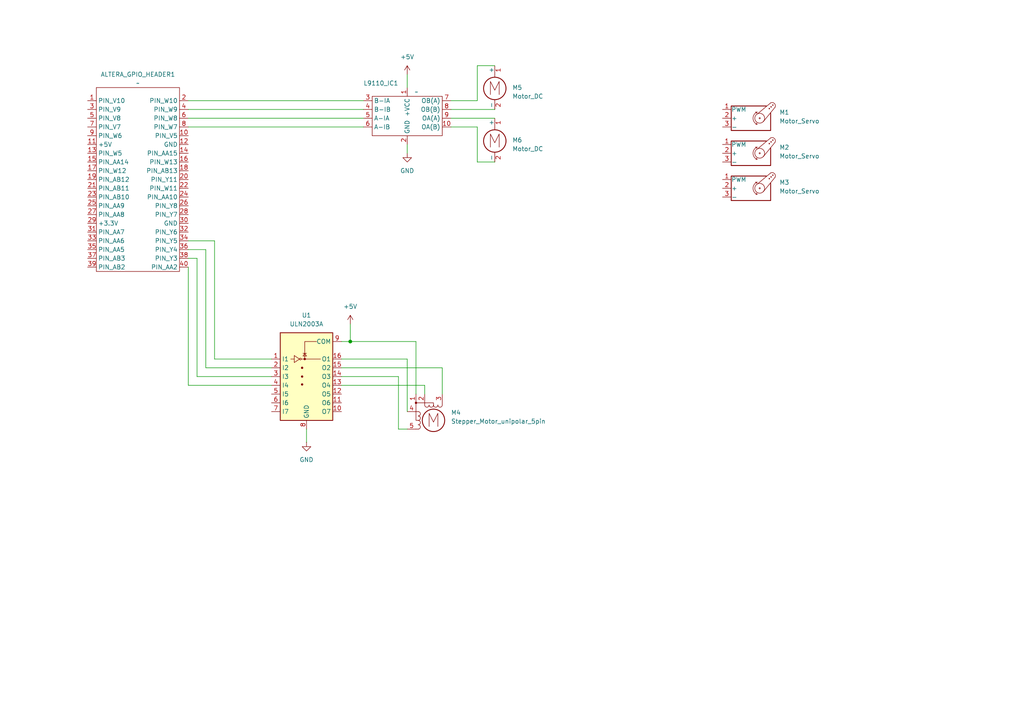
<source format=kicad_sch>
(kicad_sch
	(version 20250114)
	(generator "eeschema")
	(generator_version "9.0")
	(uuid "ab7108ca-7830-4361-8257-03efb04b622b")
	(paper "A4")
	(lib_symbols
		(symbol "Motor:Motor_DC"
			(pin_names
				(offset 0)
			)
			(exclude_from_sim no)
			(in_bom yes)
			(on_board yes)
			(property "Reference" "M"
				(at 2.54 2.54 0)
				(effects
					(font
						(size 1.27 1.27)
					)
					(justify left)
				)
			)
			(property "Value" "Motor_DC"
				(at 2.54 -5.08 0)
				(effects
					(font
						(size 1.27 1.27)
					)
					(justify left top)
				)
			)
			(property "Footprint" ""
				(at 0 -2.286 0)
				(effects
					(font
						(size 1.27 1.27)
					)
					(hide yes)
				)
			)
			(property "Datasheet" "~"
				(at 0 -2.286 0)
				(effects
					(font
						(size 1.27 1.27)
					)
					(hide yes)
				)
			)
			(property "Description" "DC Motor"
				(at 0 0 0)
				(effects
					(font
						(size 1.27 1.27)
					)
					(hide yes)
				)
			)
			(property "ki_keywords" "DC Motor"
				(at 0 0 0)
				(effects
					(font
						(size 1.27 1.27)
					)
					(hide yes)
				)
			)
			(property "ki_fp_filters" "PinHeader*P2.54mm* TerminalBlock*"
				(at 0 0 0)
				(effects
					(font
						(size 1.27 1.27)
					)
					(hide yes)
				)
			)
			(symbol "Motor_DC_0_0"
				(polyline
					(pts
						(xy -1.27 -3.302) (xy -1.27 0.508) (xy 0 -2.032) (xy 1.27 0.508) (xy 1.27 -3.302)
					)
					(stroke
						(width 0)
						(type default)
					)
					(fill
						(type none)
					)
				)
			)
			(symbol "Motor_DC_0_1"
				(polyline
					(pts
						(xy 0 2.032) (xy 0 2.54)
					)
					(stroke
						(width 0)
						(type default)
					)
					(fill
						(type none)
					)
				)
				(polyline
					(pts
						(xy 0 1.7272) (xy 0 2.0828)
					)
					(stroke
						(width 0)
						(type default)
					)
					(fill
						(type none)
					)
				)
				(circle
					(center 0 -1.524)
					(radius 3.2512)
					(stroke
						(width 0.254)
						(type default)
					)
					(fill
						(type none)
					)
				)
				(polyline
					(pts
						(xy 0 -4.7752) (xy 0 -5.1816)
					)
					(stroke
						(width 0)
						(type default)
					)
					(fill
						(type none)
					)
				)
				(polyline
					(pts
						(xy 0 -7.62) (xy 0 -7.112)
					)
					(stroke
						(width 0)
						(type default)
					)
					(fill
						(type none)
					)
				)
			)
			(symbol "Motor_DC_1_1"
				(pin passive line
					(at 0 5.08 270)
					(length 2.54)
					(name "+"
						(effects
							(font
								(size 1.27 1.27)
							)
						)
					)
					(number "1"
						(effects
							(font
								(size 1.27 1.27)
							)
						)
					)
				)
				(pin passive line
					(at 0 -7.62 90)
					(length 2.54)
					(name "-"
						(effects
							(font
								(size 1.27 1.27)
							)
						)
					)
					(number "2"
						(effects
							(font
								(size 1.27 1.27)
							)
						)
					)
				)
			)
			(embedded_fonts no)
		)
		(symbol "Motor:Motor_Servo"
			(pin_names
				(offset 0.0254)
			)
			(exclude_from_sim no)
			(in_bom yes)
			(on_board yes)
			(property "Reference" "M"
				(at -5.08 4.445 0)
				(effects
					(font
						(size 1.27 1.27)
					)
					(justify left)
				)
			)
			(property "Value" "Motor_Servo"
				(at -5.08 -4.064 0)
				(effects
					(font
						(size 1.27 1.27)
					)
					(justify left top)
				)
			)
			(property "Footprint" ""
				(at 0 -4.826 0)
				(effects
					(font
						(size 1.27 1.27)
					)
					(hide yes)
				)
			)
			(property "Datasheet" "http://forums.parallax.com/uploads/attachments/46831/74481.png"
				(at 0 -4.826 0)
				(effects
					(font
						(size 1.27 1.27)
					)
					(hide yes)
				)
			)
			(property "Description" "Servo Motor (Futaba, HiTec, JR connector)"
				(at 0 0 0)
				(effects
					(font
						(size 1.27 1.27)
					)
					(hide yes)
				)
			)
			(property "ki_keywords" "Servo Motor"
				(at 0 0 0)
				(effects
					(font
						(size 1.27 1.27)
					)
					(hide yes)
				)
			)
			(property "ki_fp_filters" "PinHeader*P2.54mm*"
				(at 0 0 0)
				(effects
					(font
						(size 1.27 1.27)
					)
					(hide yes)
				)
			)
			(symbol "Motor_Servo_0_1"
				(polyline
					(pts
						(xy 2.413 1.778) (xy 1.905 1.778)
					)
					(stroke
						(width 0)
						(type default)
					)
					(fill
						(type none)
					)
				)
				(polyline
					(pts
						(xy 2.413 1.778) (xy 2.286 1.397)
					)
					(stroke
						(width 0)
						(type default)
					)
					(fill
						(type none)
					)
				)
				(polyline
					(pts
						(xy 2.413 -1.778) (xy 2.032 -1.778)
					)
					(stroke
						(width 0)
						(type default)
					)
					(fill
						(type none)
					)
				)
				(polyline
					(pts
						(xy 2.413 -1.778) (xy 2.286 -1.397)
					)
					(stroke
						(width 0)
						(type default)
					)
					(fill
						(type none)
					)
				)
				(arc
					(start 2.413 -1.778)
					(mid 1.2406 0)
					(end 2.413 1.778)
					(stroke
						(width 0)
						(type default)
					)
					(fill
						(type none)
					)
				)
				(circle
					(center 3.175 0)
					(radius 0.1778)
					(stroke
						(width 0)
						(type default)
					)
					(fill
						(type none)
					)
				)
				(circle
					(center 3.175 0)
					(radius 1.4224)
					(stroke
						(width 0)
						(type default)
					)
					(fill
						(type none)
					)
				)
				(polyline
					(pts
						(xy 5.08 3.556) (xy -5.08 3.556) (xy -5.08 -3.556) (xy 6.35 -3.556) (xy 6.35 1.524)
					)
					(stroke
						(width 0.254)
						(type default)
					)
					(fill
						(type none)
					)
				)
				(circle
					(center 5.969 2.794)
					(radius 0.127)
					(stroke
						(width 0)
						(type default)
					)
					(fill
						(type none)
					)
				)
				(polyline
					(pts
						(xy 6.35 4.445) (xy 2.54 1.27)
					)
					(stroke
						(width 0)
						(type default)
					)
					(fill
						(type none)
					)
				)
				(circle
					(center 6.477 3.302)
					(radius 0.127)
					(stroke
						(width 0)
						(type default)
					)
					(fill
						(type none)
					)
				)
				(arc
					(start 6.35 4.445)
					(mid 7.4487 4.2737)
					(end 7.62 3.175)
					(stroke
						(width 0)
						(type default)
					)
					(fill
						(type none)
					)
				)
				(circle
					(center 6.985 3.81)
					(radius 0.127)
					(stroke
						(width 0)
						(type default)
					)
					(fill
						(type none)
					)
				)
				(polyline
					(pts
						(xy 7.62 3.175) (xy 4.191 -1.016)
					)
					(stroke
						(width 0)
						(type default)
					)
					(fill
						(type none)
					)
				)
			)
			(symbol "Motor_Servo_1_1"
				(pin passive line
					(at -7.62 2.54 0)
					(length 2.54)
					(name "PWM"
						(effects
							(font
								(size 1.27 1.27)
							)
						)
					)
					(number "1"
						(effects
							(font
								(size 1.27 1.27)
							)
						)
					)
				)
				(pin passive line
					(at -7.62 0 0)
					(length 2.54)
					(name "+"
						(effects
							(font
								(size 1.27 1.27)
							)
						)
					)
					(number "2"
						(effects
							(font
								(size 1.27 1.27)
							)
						)
					)
				)
				(pin passive line
					(at -7.62 -2.54 0)
					(length 2.54)
					(name "-"
						(effects
							(font
								(size 1.27 1.27)
							)
						)
					)
					(number "3"
						(effects
							(font
								(size 1.27 1.27)
							)
						)
					)
				)
			)
			(embedded_fonts no)
		)
		(symbol "Motor:Stepper_Motor_unipolar_5pin"
			(pin_names
				(offset 0)
				(hide yes)
			)
			(exclude_from_sim no)
			(in_bom yes)
			(on_board yes)
			(property "Reference" "M"
				(at 3.81 2.54 0)
				(effects
					(font
						(size 1.27 1.27)
					)
					(justify left)
				)
			)
			(property "Value" "Stepper_Motor_unipolar_5pin"
				(at 3.81 1.27 0)
				(effects
					(font
						(size 1.27 1.27)
					)
					(justify left top)
				)
			)
			(property "Footprint" ""
				(at 0.254 -0.254 0)
				(effects
					(font
						(size 1.27 1.27)
					)
					(hide yes)
				)
			)
			(property "Datasheet" "http://www.infineon.com/dgdl/Application-Note-TLE8110EE_driving_UniPolarStepperMotor_V1.1.pdf?fileId=db3a30431be39b97011be5d0aa0a00b0"
				(at 0.254 -0.254 0)
				(effects
					(font
						(size 1.27 1.27)
					)
					(hide yes)
				)
			)
			(property "Description" "5-wire unipolar stepper motor"
				(at 0 0 0)
				(effects
					(font
						(size 1.27 1.27)
					)
					(hide yes)
				)
			)
			(property "ki_keywords" "unipolar stepper motor"
				(at 0 0 0)
				(effects
					(font
						(size 1.27 1.27)
					)
					(hide yes)
				)
			)
			(property "ki_fp_filters" "PinHeader*P2.54mm* TerminalBlock*"
				(at 0 0 0)
				(effects
					(font
						(size 1.27 1.27)
					)
					(hide yes)
				)
			)
			(symbol "Stepper_Motor_unipolar_5pin_0_0"
				(polyline
					(pts
						(xy -1.27 -1.778) (xy -1.27 2.032) (xy 0 -0.508) (xy 1.27 2.032) (xy 1.27 -1.778)
					)
					(stroke
						(width 0)
						(type default)
					)
					(fill
						(type none)
					)
				)
			)
			(symbol "Stepper_Motor_unipolar_5pin_0_1"
				(circle
					(center -5.08 5.08)
					(radius 0.0001)
					(stroke
						(width 0)
						(type default)
					)
					(fill
						(type outline)
					)
				)
				(circle
					(center -5.08 5.08)
					(radius 0.254)
					(stroke
						(width 0)
						(type default)
					)
					(fill
						(type outline)
					)
				)
				(polyline
					(pts
						(xy -5.08 5.08) (xy -5.08 0) (xy -4.445 0)
					)
					(stroke
						(width 0)
						(type default)
					)
					(fill
						(type none)
					)
				)
				(polyline
					(pts
						(xy -5.08 2.54) (xy -4.445 2.54)
					)
					(stroke
						(width 0)
						(type default)
					)
					(fill
						(type none)
					)
				)
				(polyline
					(pts
						(xy -5.08 -2.54) (xy -4.445 -2.54)
					)
					(stroke
						(width 0)
						(type default)
					)
					(fill
						(type none)
					)
				)
				(arc
					(start -4.445 2.54)
					(mid -3.8127 1.905)
					(end -4.445 1.27)
					(stroke
						(width 0)
						(type default)
					)
					(fill
						(type none)
					)
				)
				(arc
					(start -4.445 1.27)
					(mid -3.8127 0.635)
					(end -4.445 0)
					(stroke
						(width 0)
						(type default)
					)
					(fill
						(type none)
					)
				)
				(arc
					(start -4.445 0)
					(mid -3.8127 -0.635)
					(end -4.445 -1.27)
					(stroke
						(width 0)
						(type default)
					)
					(fill
						(type none)
					)
				)
				(arc
					(start -4.445 -1.27)
					(mid -3.8127 -1.905)
					(end -4.445 -2.54)
					(stroke
						(width 0)
						(type default)
					)
					(fill
						(type none)
					)
				)
				(polyline
					(pts
						(xy -2.54 4.445) (xy -2.54 5.08)
					)
					(stroke
						(width 0)
						(type default)
					)
					(fill
						(type none)
					)
				)
				(arc
					(start -1.27 4.445)
					(mid -1.905 3.8127)
					(end -2.54 4.445)
					(stroke
						(width 0)
						(type default)
					)
					(fill
						(type none)
					)
				)
				(arc
					(start 0 4.445)
					(mid -0.635 3.8127)
					(end -1.27 4.445)
					(stroke
						(width 0)
						(type default)
					)
					(fill
						(type none)
					)
				)
				(polyline
					(pts
						(xy 0 4.445) (xy 0 5.08) (xy -5.08 5.08)
					)
					(stroke
						(width 0)
						(type default)
					)
					(fill
						(type none)
					)
				)
				(circle
					(center 0 0)
					(radius 3.2512)
					(stroke
						(width 0.254)
						(type default)
					)
					(fill
						(type none)
					)
				)
				(arc
					(start 1.27 4.445)
					(mid 0.635 3.8127)
					(end 0 4.445)
					(stroke
						(width 0)
						(type default)
					)
					(fill
						(type none)
					)
				)
				(arc
					(start 2.54 4.445)
					(mid 1.905 3.8127)
					(end 1.27 4.445)
					(stroke
						(width 0)
						(type default)
					)
					(fill
						(type none)
					)
				)
				(polyline
					(pts
						(xy 2.54 4.445) (xy 2.54 5.08)
					)
					(stroke
						(width 0)
						(type default)
					)
					(fill
						(type none)
					)
				)
			)
			(symbol "Stepper_Motor_unipolar_5pin_1_1"
				(pin passive line
					(at -7.62 2.54 0)
					(length 2.54)
					(name "~"
						(effects
							(font
								(size 1.27 1.27)
							)
						)
					)
					(number "4"
						(effects
							(font
								(size 1.27 1.27)
							)
						)
					)
				)
				(pin passive line
					(at -7.62 -2.54 0)
					(length 2.54)
					(name "~"
						(effects
							(font
								(size 1.27 1.27)
							)
						)
					)
					(number "5"
						(effects
							(font
								(size 1.27 1.27)
							)
						)
					)
				)
				(pin passive line
					(at -5.08 7.62 270)
					(length 2.54)
					(name "~"
						(effects
							(font
								(size 1.27 1.27)
							)
						)
					)
					(number "1"
						(effects
							(font
								(size 1.27 1.27)
							)
						)
					)
				)
				(pin passive line
					(at -2.54 7.62 270)
					(length 2.54)
					(name "~"
						(effects
							(font
								(size 1.27 1.27)
							)
						)
					)
					(number "2"
						(effects
							(font
								(size 1.27 1.27)
							)
						)
					)
				)
				(pin passive line
					(at 2.54 7.62 270)
					(length 2.54)
					(name "-"
						(effects
							(font
								(size 1.27 1.27)
							)
						)
					)
					(number "3"
						(effects
							(font
								(size 1.27 1.27)
							)
						)
					)
				)
			)
			(embedded_fonts no)
		)
		(symbol "Transistor_Array:ULN2003A"
			(exclude_from_sim no)
			(in_bom yes)
			(on_board yes)
			(property "Reference" "U"
				(at 0 15.875 0)
				(effects
					(font
						(size 1.27 1.27)
					)
				)
			)
			(property "Value" "ULN2003A"
				(at 0 13.97 0)
				(effects
					(font
						(size 1.27 1.27)
					)
				)
			)
			(property "Footprint" ""
				(at 1.27 -13.97 0)
				(effects
					(font
						(size 1.27 1.27)
					)
					(justify left)
					(hide yes)
				)
			)
			(property "Datasheet" "http://www.ti.com/lit/ds/symlink/uln2003a.pdf"
				(at 2.54 -5.08 0)
				(effects
					(font
						(size 1.27 1.27)
					)
					(hide yes)
				)
			)
			(property "Description" "High Voltage, High Current Darlington Transistor Arrays, SOIC16/SOIC16W/DIP16/TSSOP16"
				(at 0 0 0)
				(effects
					(font
						(size 1.27 1.27)
					)
					(hide yes)
				)
			)
			(property "ki_keywords" "darlington transistor array"
				(at 0 0 0)
				(effects
					(font
						(size 1.27 1.27)
					)
					(hide yes)
				)
			)
			(property "ki_fp_filters" "DIP*W7.62mm* SOIC*3.9x9.9mm*P1.27mm* SSOP*4.4x5.2mm*P0.65mm* TSSOP*4.4x5mm*P0.65mm* SOIC*W*5.3x10.2mm*P1.27mm*"
				(at 0 0 0)
				(effects
					(font
						(size 1.27 1.27)
					)
					(hide yes)
				)
			)
			(symbol "ULN2003A_0_1"
				(rectangle
					(start -7.62 -12.7)
					(end 7.62 12.7)
					(stroke
						(width 0.254)
						(type default)
					)
					(fill
						(type background)
					)
				)
				(polyline
					(pts
						(xy -4.572 5.08) (xy -3.556 5.08)
					)
					(stroke
						(width 0)
						(type default)
					)
					(fill
						(type none)
					)
				)
				(polyline
					(pts
						(xy -3.556 6.096) (xy -3.556 4.064) (xy -2.032 5.08) (xy -3.556 6.096)
					)
					(stroke
						(width 0)
						(type default)
					)
					(fill
						(type none)
					)
				)
				(circle
					(center -1.778 5.08)
					(radius 0.254)
					(stroke
						(width 0)
						(type default)
					)
					(fill
						(type none)
					)
				)
				(polyline
					(pts
						(xy -1.524 5.08) (xy 4.064 5.08)
					)
					(stroke
						(width 0)
						(type default)
					)
					(fill
						(type none)
					)
				)
				(circle
					(center -1.27 2.54)
					(radius 0.254)
					(stroke
						(width 0)
						(type default)
					)
					(fill
						(type outline)
					)
				)
				(circle
					(center -1.27 0)
					(radius 0.254)
					(stroke
						(width 0)
						(type default)
					)
					(fill
						(type outline)
					)
				)
				(circle
					(center -1.27 -2.286)
					(radius 0.254)
					(stroke
						(width 0)
						(type default)
					)
					(fill
						(type outline)
					)
				)
				(circle
					(center -0.508 5.08)
					(radius 0.254)
					(stroke
						(width 0)
						(type default)
					)
					(fill
						(type outline)
					)
				)
				(polyline
					(pts
						(xy -0.508 5.08) (xy -0.508 10.16) (xy 2.921 10.16)
					)
					(stroke
						(width 0)
						(type default)
					)
					(fill
						(type none)
					)
				)
				(polyline
					(pts
						(xy 0 6.731) (xy -1.016 6.731)
					)
					(stroke
						(width 0)
						(type default)
					)
					(fill
						(type none)
					)
				)
				(polyline
					(pts
						(xy 0 5.969) (xy -1.016 5.969) (xy -0.508 6.731) (xy 0 5.969)
					)
					(stroke
						(width 0)
						(type default)
					)
					(fill
						(type none)
					)
				)
			)
			(symbol "ULN2003A_1_1"
				(pin input line
					(at -10.16 5.08 0)
					(length 2.54)
					(name "I1"
						(effects
							(font
								(size 1.27 1.27)
							)
						)
					)
					(number "1"
						(effects
							(font
								(size 1.27 1.27)
							)
						)
					)
				)
				(pin input line
					(at -10.16 2.54 0)
					(length 2.54)
					(name "I2"
						(effects
							(font
								(size 1.27 1.27)
							)
						)
					)
					(number "2"
						(effects
							(font
								(size 1.27 1.27)
							)
						)
					)
				)
				(pin input line
					(at -10.16 0 0)
					(length 2.54)
					(name "I3"
						(effects
							(font
								(size 1.27 1.27)
							)
						)
					)
					(number "3"
						(effects
							(font
								(size 1.27 1.27)
							)
						)
					)
				)
				(pin input line
					(at -10.16 -2.54 0)
					(length 2.54)
					(name "I4"
						(effects
							(font
								(size 1.27 1.27)
							)
						)
					)
					(number "4"
						(effects
							(font
								(size 1.27 1.27)
							)
						)
					)
				)
				(pin input line
					(at -10.16 -5.08 0)
					(length 2.54)
					(name "I5"
						(effects
							(font
								(size 1.27 1.27)
							)
						)
					)
					(number "5"
						(effects
							(font
								(size 1.27 1.27)
							)
						)
					)
				)
				(pin input line
					(at -10.16 -7.62 0)
					(length 2.54)
					(name "I6"
						(effects
							(font
								(size 1.27 1.27)
							)
						)
					)
					(number "6"
						(effects
							(font
								(size 1.27 1.27)
							)
						)
					)
				)
				(pin input line
					(at -10.16 -10.16 0)
					(length 2.54)
					(name "I7"
						(effects
							(font
								(size 1.27 1.27)
							)
						)
					)
					(number "7"
						(effects
							(font
								(size 1.27 1.27)
							)
						)
					)
				)
				(pin power_in line
					(at 0 -15.24 90)
					(length 2.54)
					(name "GND"
						(effects
							(font
								(size 1.27 1.27)
							)
						)
					)
					(number "8"
						(effects
							(font
								(size 1.27 1.27)
							)
						)
					)
				)
				(pin passive line
					(at 10.16 10.16 180)
					(length 2.54)
					(name "COM"
						(effects
							(font
								(size 1.27 1.27)
							)
						)
					)
					(number "9"
						(effects
							(font
								(size 1.27 1.27)
							)
						)
					)
				)
				(pin open_collector line
					(at 10.16 5.08 180)
					(length 2.54)
					(name "O1"
						(effects
							(font
								(size 1.27 1.27)
							)
						)
					)
					(number "16"
						(effects
							(font
								(size 1.27 1.27)
							)
						)
					)
				)
				(pin open_collector line
					(at 10.16 2.54 180)
					(length 2.54)
					(name "O2"
						(effects
							(font
								(size 1.27 1.27)
							)
						)
					)
					(number "15"
						(effects
							(font
								(size 1.27 1.27)
							)
						)
					)
				)
				(pin open_collector line
					(at 10.16 0 180)
					(length 2.54)
					(name "O3"
						(effects
							(font
								(size 1.27 1.27)
							)
						)
					)
					(number "14"
						(effects
							(font
								(size 1.27 1.27)
							)
						)
					)
				)
				(pin open_collector line
					(at 10.16 -2.54 180)
					(length 2.54)
					(name "O4"
						(effects
							(font
								(size 1.27 1.27)
							)
						)
					)
					(number "13"
						(effects
							(font
								(size 1.27 1.27)
							)
						)
					)
				)
				(pin open_collector line
					(at 10.16 -5.08 180)
					(length 2.54)
					(name "O5"
						(effects
							(font
								(size 1.27 1.27)
							)
						)
					)
					(number "12"
						(effects
							(font
								(size 1.27 1.27)
							)
						)
					)
				)
				(pin open_collector line
					(at 10.16 -7.62 180)
					(length 2.54)
					(name "O6"
						(effects
							(font
								(size 1.27 1.27)
							)
						)
					)
					(number "11"
						(effects
							(font
								(size 1.27 1.27)
							)
						)
					)
				)
				(pin open_collector line
					(at 10.16 -10.16 180)
					(length 2.54)
					(name "O7"
						(effects
							(font
								(size 1.27 1.27)
							)
						)
					)
					(number "10"
						(effects
							(font
								(size 1.27 1.27)
							)
						)
					)
				)
			)
			(embedded_fonts no)
		)
		(symbol "cust_symbol_lib:Altera_DE10_GPIO_Header"
			(exclude_from_sim no)
			(in_bom no)
			(on_board no)
			(property "Reference" "ALTERA_GPIO_HEADER"
				(at -0.762 19.304 0)
				(effects
					(font
						(size 1.27 1.27)
					)
				)
			)
			(property "Value" ""
				(at 0 0 0)
				(effects
					(font
						(size 1.27 1.27)
					)
				)
			)
			(property "Footprint" ""
				(at 0 0 0)
				(effects
					(font
						(size 1.27 1.27)
					)
					(hide yes)
				)
			)
			(property "Datasheet" ""
				(at 0 0 0)
				(effects
					(font
						(size 1.27 1.27)
					)
					(hide yes)
				)
			)
			(property "Description" ""
				(at 0 0 0)
				(effects
					(font
						(size 1.27 1.27)
					)
					(hide yes)
				)
			)
			(symbol "Altera_DE10_GPIO_Header_0_1"
				(rectangle
					(start -11.43 15.24)
					(end 12.7 -38.1)
					(stroke
						(width 0)
						(type default)
					)
					(fill
						(type none)
					)
				)
			)
			(symbol "Altera_DE10_GPIO_Header_1_1"
				(pin bidirectional line
					(at -13.97 11.43 0)
					(length 2.54)
					(name "PIN_V10"
						(effects
							(font
								(size 1.27 1.27)
							)
						)
					)
					(number "1"
						(effects
							(font
								(size 1.27 1.27)
							)
						)
					)
				)
				(pin bidirectional line
					(at -13.97 8.89 0)
					(length 2.54)
					(name "PIN_V9"
						(effects
							(font
								(size 1.27 1.27)
							)
						)
					)
					(number "3"
						(effects
							(font
								(size 1.27 1.27)
							)
						)
					)
				)
				(pin bidirectional line
					(at -13.97 6.35 0)
					(length 2.54)
					(name "PIN_V8"
						(effects
							(font
								(size 1.27 1.27)
							)
						)
					)
					(number "5"
						(effects
							(font
								(size 1.27 1.27)
							)
						)
					)
				)
				(pin bidirectional line
					(at -13.97 3.81 0)
					(length 2.54)
					(name "PIN_V7"
						(effects
							(font
								(size 1.27 1.27)
							)
						)
					)
					(number "7"
						(effects
							(font
								(size 1.27 1.27)
							)
						)
					)
				)
				(pin bidirectional line
					(at -13.97 1.27 0)
					(length 2.54)
					(name "PIN_W6"
						(effects
							(font
								(size 1.27 1.27)
							)
						)
					)
					(number "9"
						(effects
							(font
								(size 1.27 1.27)
							)
						)
					)
				)
				(pin power_in line
					(at -13.97 -1.27 0)
					(length 2.54)
					(name "+5V"
						(effects
							(font
								(size 1.27 1.27)
							)
						)
					)
					(number "11"
						(effects
							(font
								(size 1.27 1.27)
							)
						)
					)
				)
				(pin bidirectional line
					(at -13.97 -3.81 0)
					(length 2.54)
					(name "PIN_W5"
						(effects
							(font
								(size 1.27 1.27)
							)
						)
					)
					(number "13"
						(effects
							(font
								(size 1.27 1.27)
							)
						)
					)
				)
				(pin bidirectional line
					(at -13.97 -6.35 0)
					(length 2.54)
					(name "PIN_AA14"
						(effects
							(font
								(size 1.27 1.27)
							)
						)
					)
					(number "15"
						(effects
							(font
								(size 1.27 1.27)
							)
						)
					)
				)
				(pin bidirectional line
					(at -13.97 -8.89 0)
					(length 2.54)
					(name "PIN_W12"
						(effects
							(font
								(size 1.27 1.27)
							)
						)
					)
					(number "17"
						(effects
							(font
								(size 1.27 1.27)
							)
						)
					)
				)
				(pin bidirectional line
					(at -13.97 -11.43 0)
					(length 2.54)
					(name "PIN_AB12"
						(effects
							(font
								(size 1.27 1.27)
							)
						)
					)
					(number "19"
						(effects
							(font
								(size 1.27 1.27)
							)
						)
					)
				)
				(pin bidirectional line
					(at -13.97 -13.97 0)
					(length 2.54)
					(name "PIN_AB11"
						(effects
							(font
								(size 1.27 1.27)
							)
						)
					)
					(number "21"
						(effects
							(font
								(size 1.27 1.27)
							)
						)
					)
				)
				(pin bidirectional line
					(at -13.97 -16.51 0)
					(length 2.54)
					(name "PIN_AB10"
						(effects
							(font
								(size 1.27 1.27)
							)
						)
					)
					(number "23"
						(effects
							(font
								(size 1.27 1.27)
							)
						)
					)
				)
				(pin bidirectional line
					(at -13.97 -19.05 0)
					(length 2.54)
					(name "PIN_AA9"
						(effects
							(font
								(size 1.27 1.27)
							)
						)
					)
					(number "25"
						(effects
							(font
								(size 1.27 1.27)
							)
						)
					)
				)
				(pin bidirectional line
					(at -13.97 -21.59 0)
					(length 2.54)
					(name "PIN_AA8"
						(effects
							(font
								(size 1.27 1.27)
							)
						)
					)
					(number "27"
						(effects
							(font
								(size 1.27 1.27)
							)
						)
					)
				)
				(pin power_in line
					(at -13.97 -24.13 0)
					(length 2.54)
					(name "+3.3V"
						(effects
							(font
								(size 1.27 1.27)
							)
						)
					)
					(number "29"
						(effects
							(font
								(size 1.27 1.27)
							)
						)
					)
				)
				(pin bidirectional line
					(at -13.97 -26.67 0)
					(length 2.54)
					(name "PIN_AA7"
						(effects
							(font
								(size 1.27 1.27)
							)
						)
					)
					(number "31"
						(effects
							(font
								(size 1.27 1.27)
							)
						)
					)
				)
				(pin bidirectional line
					(at -13.97 -29.21 0)
					(length 2.54)
					(name "PIN_AA6"
						(effects
							(font
								(size 1.27 1.27)
							)
						)
					)
					(number "33"
						(effects
							(font
								(size 1.27 1.27)
							)
						)
					)
				)
				(pin bidirectional line
					(at -13.97 -31.75 0)
					(length 2.54)
					(name "PIN_AA5"
						(effects
							(font
								(size 1.27 1.27)
							)
						)
					)
					(number "35"
						(effects
							(font
								(size 1.27 1.27)
							)
						)
					)
				)
				(pin bidirectional line
					(at -13.97 -34.29 0)
					(length 2.54)
					(name "PIN_AB3"
						(effects
							(font
								(size 1.27 1.27)
							)
						)
					)
					(number "37"
						(effects
							(font
								(size 1.27 1.27)
							)
						)
					)
				)
				(pin bidirectional line
					(at -13.97 -36.83 0)
					(length 2.54)
					(name "PIN_AB2"
						(effects
							(font
								(size 1.27 1.27)
							)
						)
					)
					(number "39"
						(effects
							(font
								(size 1.27 1.27)
							)
						)
					)
				)
				(pin bidirectional line
					(at 15.24 11.43 180)
					(length 2.54)
					(name "PIN_W10"
						(effects
							(font
								(size 1.27 1.27)
							)
						)
					)
					(number "2"
						(effects
							(font
								(size 1.27 1.27)
							)
						)
					)
				)
				(pin bidirectional line
					(at 15.24 8.89 180)
					(length 2.54)
					(name "PIN_W9"
						(effects
							(font
								(size 1.27 1.27)
							)
						)
					)
					(number "4"
						(effects
							(font
								(size 1.27 1.27)
							)
						)
					)
				)
				(pin bidirectional line
					(at 15.24 6.35 180)
					(length 2.54)
					(name "PIN_W8"
						(effects
							(font
								(size 1.27 1.27)
							)
						)
					)
					(number "6"
						(effects
							(font
								(size 1.27 1.27)
							)
						)
					)
				)
				(pin bidirectional line
					(at 15.24 3.81 180)
					(length 2.54)
					(name "PIN_W7"
						(effects
							(font
								(size 1.27 1.27)
							)
						)
					)
					(number "8"
						(effects
							(font
								(size 1.27 1.27)
							)
						)
					)
				)
				(pin bidirectional line
					(at 15.24 1.27 180)
					(length 2.54)
					(name "PIN_V5"
						(effects
							(font
								(size 1.27 1.27)
							)
						)
					)
					(number "10"
						(effects
							(font
								(size 1.27 1.27)
							)
						)
					)
				)
				(pin power_in line
					(at 15.24 -1.27 180)
					(length 2.54)
					(name "GND"
						(effects
							(font
								(size 1.27 1.27)
							)
						)
					)
					(number "12"
						(effects
							(font
								(size 1.27 1.27)
							)
						)
					)
				)
				(pin bidirectional line
					(at 15.24 -3.81 180)
					(length 2.54)
					(name "PIN_AA15"
						(effects
							(font
								(size 1.27 1.27)
							)
						)
					)
					(number "14"
						(effects
							(font
								(size 1.27 1.27)
							)
						)
					)
				)
				(pin bidirectional line
					(at 15.24 -6.35 180)
					(length 2.54)
					(name "PIN_W13"
						(effects
							(font
								(size 1.27 1.27)
							)
						)
					)
					(number "16"
						(effects
							(font
								(size 1.27 1.27)
							)
						)
					)
				)
				(pin bidirectional line
					(at 15.24 -8.89 180)
					(length 2.54)
					(name "PIN_AB13"
						(effects
							(font
								(size 1.27 1.27)
							)
						)
					)
					(number "18"
						(effects
							(font
								(size 1.27 1.27)
							)
						)
					)
				)
				(pin bidirectional line
					(at 15.24 -11.43 180)
					(length 2.54)
					(name "PIN_Y11"
						(effects
							(font
								(size 1.27 1.27)
							)
						)
					)
					(number "20"
						(effects
							(font
								(size 1.27 1.27)
							)
						)
					)
				)
				(pin bidirectional line
					(at 15.24 -13.97 180)
					(length 2.54)
					(name "PIN_W11"
						(effects
							(font
								(size 1.27 1.27)
							)
						)
					)
					(number "22"
						(effects
							(font
								(size 1.27 1.27)
							)
						)
					)
				)
				(pin bidirectional line
					(at 15.24 -16.51 180)
					(length 2.54)
					(name "PIN_AA10"
						(effects
							(font
								(size 1.27 1.27)
							)
						)
					)
					(number "24"
						(effects
							(font
								(size 1.27 1.27)
							)
						)
					)
				)
				(pin bidirectional line
					(at 15.24 -19.05 180)
					(length 2.54)
					(name "PIN_Y8"
						(effects
							(font
								(size 1.27 1.27)
							)
						)
					)
					(number "26"
						(effects
							(font
								(size 1.27 1.27)
							)
						)
					)
				)
				(pin bidirectional line
					(at 15.24 -21.59 180)
					(length 2.54)
					(name "PIN_Y7"
						(effects
							(font
								(size 1.27 1.27)
							)
						)
					)
					(number "28"
						(effects
							(font
								(size 1.27 1.27)
							)
						)
					)
				)
				(pin power_in line
					(at 15.24 -24.13 180)
					(length 2.54)
					(name "GND"
						(effects
							(font
								(size 1.27 1.27)
							)
						)
					)
					(number "30"
						(effects
							(font
								(size 1.27 1.27)
							)
						)
					)
				)
				(pin bidirectional line
					(at 15.24 -26.67 180)
					(length 2.54)
					(name "PIN_Y6"
						(effects
							(font
								(size 1.27 1.27)
							)
						)
					)
					(number "32"
						(effects
							(font
								(size 1.27 1.27)
							)
						)
					)
				)
				(pin bidirectional line
					(at 15.24 -29.21 180)
					(length 2.54)
					(name "PIN_Y5"
						(effects
							(font
								(size 1.27 1.27)
							)
						)
					)
					(number "34"
						(effects
							(font
								(size 1.27 1.27)
							)
						)
					)
				)
				(pin bidirectional line
					(at 15.24 -31.75 180)
					(length 2.54)
					(name "PIN_Y4"
						(effects
							(font
								(size 1.27 1.27)
							)
						)
					)
					(number "36"
						(effects
							(font
								(size 1.27 1.27)
							)
						)
					)
				)
				(pin bidirectional line
					(at 15.24 -34.29 180)
					(length 2.54)
					(name "PIN_Y3"
						(effects
							(font
								(size 1.27 1.27)
							)
						)
					)
					(number "38"
						(effects
							(font
								(size 1.27 1.27)
							)
						)
					)
				)
				(pin bidirectional line
					(at 15.24 -36.83 180)
					(length 2.54)
					(name "PIN_AA2"
						(effects
							(font
								(size 1.27 1.27)
							)
						)
					)
					(number "40"
						(effects
							(font
								(size 1.27 1.27)
							)
						)
					)
				)
			)
			(embedded_fonts no)
		)
		(symbol "cust_symbol_lib:L9110"
			(exclude_from_sim no)
			(in_bom no)
			(on_board no)
			(property "Reference" "L9110_IC"
				(at -6.858 3.048 0)
				(effects
					(font
						(size 1.27 1.27)
					)
				)
			)
			(property "Value" ""
				(at 0 0 0)
				(effects
					(font
						(size 1.27 1.27)
					)
				)
			)
			(property "Footprint" ""
				(at 0 0 0)
				(effects
					(font
						(size 1.27 1.27)
					)
					(hide yes)
				)
			)
			(property "Datasheet" ""
				(at 0 0 0)
				(effects
					(font
						(size 1.27 1.27)
					)
					(hide yes)
				)
			)
			(property "Description" ""
				(at 0 0 0)
				(effects
					(font
						(size 1.27 1.27)
					)
					(hide yes)
				)
			)
			(symbol "L9110_0_1"
				(rectangle
					(start -10.16 -1.27)
					(end 10.16 -12.7)
					(stroke
						(width 0)
						(type default)
					)
					(fill
						(type none)
					)
				)
			)
			(symbol "L9110_1_1"
				(pin input line
					(at -12.7 -2.54 0)
					(length 2.54)
					(name "B-IA"
						(effects
							(font
								(size 1.27 1.27)
							)
						)
					)
					(number "3"
						(effects
							(font
								(size 1.27 1.27)
							)
						)
					)
				)
				(pin input line
					(at -12.7 -5.08 0)
					(length 2.54)
					(name "B-IB"
						(effects
							(font
								(size 1.27 1.27)
							)
						)
					)
					(number "4"
						(effects
							(font
								(size 1.27 1.27)
							)
						)
					)
				)
				(pin input line
					(at -12.7 -7.62 0)
					(length 2.54)
					(name "A-IA"
						(effects
							(font
								(size 1.27 1.27)
							)
						)
					)
					(number "5"
						(effects
							(font
								(size 1.27 1.27)
							)
						)
					)
				)
				(pin input line
					(at -12.7 -10.16 0)
					(length 2.54)
					(name "A-IB"
						(effects
							(font
								(size 1.27 1.27)
							)
						)
					)
					(number "6"
						(effects
							(font
								(size 1.27 1.27)
							)
						)
					)
				)
				(pin power_in line
					(at 0 1.27 270)
					(length 2.54)
					(name "+VCC"
						(effects
							(font
								(size 1.27 1.27)
							)
						)
					)
					(number "1"
						(effects
							(font
								(size 1.27 1.27)
							)
						)
					)
				)
				(pin power_in line
					(at 0 -15.24 90)
					(length 2.54)
					(name "GND"
						(effects
							(font
								(size 1.27 1.27)
							)
						)
					)
					(number "2"
						(effects
							(font
								(size 1.27 1.27)
							)
						)
					)
				)
				(pin output line
					(at 12.7 -2.54 180)
					(length 2.54)
					(name "OB(A)"
						(effects
							(font
								(size 1.27 1.27)
							)
						)
					)
					(number "7"
						(effects
							(font
								(size 1.27 1.27)
							)
						)
					)
				)
				(pin output line
					(at 12.7 -5.08 180)
					(length 2.54)
					(name "OB(B)"
						(effects
							(font
								(size 1.27 1.27)
							)
						)
					)
					(number "8"
						(effects
							(font
								(size 1.27 1.27)
							)
						)
					)
				)
				(pin output line
					(at 12.7 -7.62 180)
					(length 2.54)
					(name "OA(A)"
						(effects
							(font
								(size 1.27 1.27)
							)
						)
					)
					(number "9"
						(effects
							(font
								(size 1.27 1.27)
							)
						)
					)
				)
				(pin output line
					(at 12.7 -10.16 180)
					(length 2.54)
					(name "OA(B)"
						(effects
							(font
								(size 1.27 1.27)
							)
						)
					)
					(number "10"
						(effects
							(font
								(size 1.27 1.27)
							)
						)
					)
				)
			)
			(embedded_fonts no)
		)
		(symbol "power:+5V"
			(power)
			(pin_numbers
				(hide yes)
			)
			(pin_names
				(offset 0)
				(hide yes)
			)
			(exclude_from_sim no)
			(in_bom yes)
			(on_board yes)
			(property "Reference" "#PWR"
				(at 0 -3.81 0)
				(effects
					(font
						(size 1.27 1.27)
					)
					(hide yes)
				)
			)
			(property "Value" "+5V"
				(at 0 3.556 0)
				(effects
					(font
						(size 1.27 1.27)
					)
				)
			)
			(property "Footprint" ""
				(at 0 0 0)
				(effects
					(font
						(size 1.27 1.27)
					)
					(hide yes)
				)
			)
			(property "Datasheet" ""
				(at 0 0 0)
				(effects
					(font
						(size 1.27 1.27)
					)
					(hide yes)
				)
			)
			(property "Description" "Power symbol creates a global label with name \"+5V\""
				(at 0 0 0)
				(effects
					(font
						(size 1.27 1.27)
					)
					(hide yes)
				)
			)
			(property "ki_keywords" "global power"
				(at 0 0 0)
				(effects
					(font
						(size 1.27 1.27)
					)
					(hide yes)
				)
			)
			(symbol "+5V_0_1"
				(polyline
					(pts
						(xy -0.762 1.27) (xy 0 2.54)
					)
					(stroke
						(width 0)
						(type default)
					)
					(fill
						(type none)
					)
				)
				(polyline
					(pts
						(xy 0 2.54) (xy 0.762 1.27)
					)
					(stroke
						(width 0)
						(type default)
					)
					(fill
						(type none)
					)
				)
				(polyline
					(pts
						(xy 0 0) (xy 0 2.54)
					)
					(stroke
						(width 0)
						(type default)
					)
					(fill
						(type none)
					)
				)
			)
			(symbol "+5V_1_1"
				(pin power_in line
					(at 0 0 90)
					(length 0)
					(name "~"
						(effects
							(font
								(size 1.27 1.27)
							)
						)
					)
					(number "1"
						(effects
							(font
								(size 1.27 1.27)
							)
						)
					)
				)
			)
			(embedded_fonts no)
		)
		(symbol "power:GND"
			(power)
			(pin_numbers
				(hide yes)
			)
			(pin_names
				(offset 0)
				(hide yes)
			)
			(exclude_from_sim no)
			(in_bom yes)
			(on_board yes)
			(property "Reference" "#PWR"
				(at 0 -6.35 0)
				(effects
					(font
						(size 1.27 1.27)
					)
					(hide yes)
				)
			)
			(property "Value" "GND"
				(at 0 -3.81 0)
				(effects
					(font
						(size 1.27 1.27)
					)
				)
			)
			(property "Footprint" ""
				(at 0 0 0)
				(effects
					(font
						(size 1.27 1.27)
					)
					(hide yes)
				)
			)
			(property "Datasheet" ""
				(at 0 0 0)
				(effects
					(font
						(size 1.27 1.27)
					)
					(hide yes)
				)
			)
			(property "Description" "Power symbol creates a global label with name \"GND\" , ground"
				(at 0 0 0)
				(effects
					(font
						(size 1.27 1.27)
					)
					(hide yes)
				)
			)
			(property "ki_keywords" "global power"
				(at 0 0 0)
				(effects
					(font
						(size 1.27 1.27)
					)
					(hide yes)
				)
			)
			(symbol "GND_0_1"
				(polyline
					(pts
						(xy 0 0) (xy 0 -1.27) (xy 1.27 -1.27) (xy 0 -2.54) (xy -1.27 -1.27) (xy 0 -1.27)
					)
					(stroke
						(width 0)
						(type default)
					)
					(fill
						(type none)
					)
				)
			)
			(symbol "GND_1_1"
				(pin power_in line
					(at 0 0 270)
					(length 0)
					(name "~"
						(effects
							(font
								(size 1.27 1.27)
							)
						)
					)
					(number "1"
						(effects
							(font
								(size 1.27 1.27)
							)
						)
					)
				)
			)
			(embedded_fonts no)
		)
	)
	(junction
		(at 101.6 99.06)
		(diameter 0)
		(color 0 0 0 0)
		(uuid "15ea1b48-5172-4bdd-aedf-2da39e5473b9")
	)
	(wire
		(pts
			(xy 78.74 104.14) (xy 62.23 104.14)
		)
		(stroke
			(width 0)
			(type default)
		)
		(uuid "01d20f0d-357a-492c-9271-220d634350f9")
	)
	(wire
		(pts
			(xy 101.6 99.06) (xy 120.65 99.06)
		)
		(stroke
			(width 0)
			(type default)
		)
		(uuid "031459a0-aac5-4709-b022-bd38dbe66fb5")
	)
	(wire
		(pts
			(xy 118.11 119.38) (xy 118.11 104.14)
		)
		(stroke
			(width 0)
			(type default)
		)
		(uuid "063a1063-4d82-461e-90d2-aa3dd6bf5a6a")
	)
	(wire
		(pts
			(xy 78.74 106.68) (xy 59.69 106.68)
		)
		(stroke
			(width 0)
			(type default)
		)
		(uuid "08e0463c-4bf1-439b-aa0a-9a9d7d8163ac")
	)
	(wire
		(pts
			(xy 62.23 104.14) (xy 62.23 69.85)
		)
		(stroke
			(width 0)
			(type default)
		)
		(uuid "0bad0ba6-5397-40ca-9d36-2629310f2f2c")
	)
	(wire
		(pts
			(xy 99.06 111.76) (xy 123.19 111.76)
		)
		(stroke
			(width 0)
			(type default)
		)
		(uuid "0c3d6688-b3c2-4bc5-b928-2abcb0fcbc57")
	)
	(wire
		(pts
			(xy 115.57 124.46) (xy 115.57 109.22)
		)
		(stroke
			(width 0)
			(type default)
		)
		(uuid "0f73f01e-c393-485e-b18c-30ca7ed17ada")
	)
	(wire
		(pts
			(xy 138.43 19.05) (xy 143.51 19.05)
		)
		(stroke
			(width 0)
			(type default)
		)
		(uuid "10c09db3-23f6-451e-aef8-14ce5ebb751d")
	)
	(wire
		(pts
			(xy 138.43 29.21) (xy 138.43 19.05)
		)
		(stroke
			(width 0)
			(type default)
		)
		(uuid "1b56654d-6839-43ed-a6c1-7b3e68afc2e1")
	)
	(wire
		(pts
			(xy 54.61 36.83) (xy 105.41 36.83)
		)
		(stroke
			(width 0)
			(type default)
		)
		(uuid "2263cbf6-289c-41c0-9b24-9ad0c157c62d")
	)
	(wire
		(pts
			(xy 78.74 109.22) (xy 57.15 109.22)
		)
		(stroke
			(width 0)
			(type default)
		)
		(uuid "231295e0-7f18-42e8-839b-fe0bfeeb55c1")
	)
	(wire
		(pts
			(xy 115.57 109.22) (xy 99.06 109.22)
		)
		(stroke
			(width 0)
			(type default)
		)
		(uuid "33afd8f9-8dbd-4bb4-bf91-ab24893b0aef")
	)
	(wire
		(pts
			(xy 130.81 31.75) (xy 143.51 31.75)
		)
		(stroke
			(width 0)
			(type default)
		)
		(uuid "42416930-f51a-426b-b780-8aab6dd1d6f8")
	)
	(wire
		(pts
			(xy 59.69 106.68) (xy 59.69 72.39)
		)
		(stroke
			(width 0)
			(type default)
		)
		(uuid "4c3e5bb0-8313-4b2a-b9fd-951fe3e898a9")
	)
	(wire
		(pts
			(xy 130.81 34.29) (xy 143.51 34.29)
		)
		(stroke
			(width 0)
			(type default)
		)
		(uuid "50f68367-166e-48a7-aedc-109c077ecce2")
	)
	(wire
		(pts
			(xy 118.11 104.14) (xy 99.06 104.14)
		)
		(stroke
			(width 0)
			(type default)
		)
		(uuid "51f70edd-5ba3-406e-9faf-c812ae9c2843")
	)
	(wire
		(pts
			(xy 118.11 41.91) (xy 118.11 44.45)
		)
		(stroke
			(width 0)
			(type default)
		)
		(uuid "537183f8-2419-4e37-8596-87019862bca3")
	)
	(wire
		(pts
			(xy 138.43 36.83) (xy 130.81 36.83)
		)
		(stroke
			(width 0)
			(type default)
		)
		(uuid "55a5b6b7-3b5c-4f36-aab2-cb2692691a93")
	)
	(wire
		(pts
			(xy 88.9 124.46) (xy 88.9 128.27)
		)
		(stroke
			(width 0)
			(type default)
		)
		(uuid "56fa08be-8abd-48ba-9e89-54e05a23d63d")
	)
	(wire
		(pts
			(xy 57.15 74.93) (xy 54.61 74.93)
		)
		(stroke
			(width 0)
			(type default)
		)
		(uuid "61627463-201e-4fb6-bc2c-356da3041db3")
	)
	(wire
		(pts
			(xy 54.61 31.75) (xy 105.41 31.75)
		)
		(stroke
			(width 0)
			(type default)
		)
		(uuid "67778c8c-4ff0-4407-8f2e-6ed7b0ed0f53")
	)
	(wire
		(pts
			(xy 128.27 114.3) (xy 128.27 106.68)
		)
		(stroke
			(width 0)
			(type default)
		)
		(uuid "687a988c-845a-49ea-bc39-127c4861a80a")
	)
	(wire
		(pts
			(xy 138.43 29.21) (xy 130.81 29.21)
		)
		(stroke
			(width 0)
			(type default)
		)
		(uuid "6984e131-759c-49c6-8ec5-25aaf8fe197e")
	)
	(wire
		(pts
			(xy 54.61 111.76) (xy 54.61 77.47)
		)
		(stroke
			(width 0)
			(type default)
		)
		(uuid "71cca614-269b-42a0-9670-ecbbc293fb93")
	)
	(wire
		(pts
			(xy 99.06 99.06) (xy 101.6 99.06)
		)
		(stroke
			(width 0)
			(type default)
		)
		(uuid "78bdaa3d-7cb1-4b3b-8e60-61743d8386fe")
	)
	(wire
		(pts
			(xy 54.61 34.29) (xy 105.41 34.29)
		)
		(stroke
			(width 0)
			(type default)
		)
		(uuid "82ac450b-7483-488a-bbff-97da324e2029")
	)
	(wire
		(pts
			(xy 78.74 111.76) (xy 54.61 111.76)
		)
		(stroke
			(width 0)
			(type default)
		)
		(uuid "853aadaf-1a12-4c6a-a88c-13353a76f13f")
	)
	(wire
		(pts
			(xy 101.6 93.98) (xy 101.6 99.06)
		)
		(stroke
			(width 0)
			(type default)
		)
		(uuid "8aa83757-9e80-4532-92cb-7ce1eea2efda")
	)
	(wire
		(pts
			(xy 62.23 69.85) (xy 54.61 69.85)
		)
		(stroke
			(width 0)
			(type default)
		)
		(uuid "8f89de06-2636-4aea-93d9-1917f6b08fb9")
	)
	(wire
		(pts
			(xy 120.65 114.3) (xy 120.65 99.06)
		)
		(stroke
			(width 0)
			(type default)
		)
		(uuid "966a2f34-446a-45f1-8d50-29114a83d9ca")
	)
	(wire
		(pts
			(xy 57.15 109.22) (xy 57.15 74.93)
		)
		(stroke
			(width 0)
			(type default)
		)
		(uuid "98bc32e7-f98f-4beb-bc7f-4fd15e21a587")
	)
	(wire
		(pts
			(xy 54.61 29.21) (xy 105.41 29.21)
		)
		(stroke
			(width 0)
			(type default)
		)
		(uuid "c889a80f-7386-4c5e-b71a-e7e33341a618")
	)
	(wire
		(pts
			(xy 138.43 46.99) (xy 143.51 46.99)
		)
		(stroke
			(width 0)
			(type default)
		)
		(uuid "cc3e979c-06e2-4d0a-9972-a740471d247b")
	)
	(wire
		(pts
			(xy 118.11 124.46) (xy 115.57 124.46)
		)
		(stroke
			(width 0)
			(type default)
		)
		(uuid "de51efca-2dd9-45c0-98dd-50347d407c00")
	)
	(wire
		(pts
			(xy 123.19 111.76) (xy 123.19 114.3)
		)
		(stroke
			(width 0)
			(type default)
		)
		(uuid "e7232364-d9a4-4104-9c4a-1e7ed36c90f6")
	)
	(wire
		(pts
			(xy 138.43 36.83) (xy 138.43 46.99)
		)
		(stroke
			(width 0)
			(type default)
		)
		(uuid "efff89a8-2133-4e53-9ff7-803bf6d56fa6")
	)
	(wire
		(pts
			(xy 118.11 21.59) (xy 118.11 25.4)
		)
		(stroke
			(width 0)
			(type default)
		)
		(uuid "f175f65c-3350-4f73-8b7c-f0d433a578aa")
	)
	(wire
		(pts
			(xy 128.27 106.68) (xy 99.06 106.68)
		)
		(stroke
			(width 0)
			(type default)
		)
		(uuid "f1beef2f-f012-4b3c-bdd8-628379f8fcca")
	)
	(wire
		(pts
			(xy 59.69 72.39) (xy 54.61 72.39)
		)
		(stroke
			(width 0)
			(type default)
		)
		(uuid "f2e21d87-7010-4807-9938-b8bfcf0f08cb")
	)
	(symbol
		(lib_id "power:+5V")
		(at 118.11 21.59 0)
		(unit 1)
		(exclude_from_sim no)
		(in_bom yes)
		(on_board yes)
		(dnp no)
		(fields_autoplaced yes)
		(uuid "02f7553b-55e4-45f5-bbd7-7e97ef8777c6")
		(property "Reference" "#PWR01"
			(at 118.11 25.4 0)
			(effects
				(font
					(size 1.27 1.27)
				)
				(hide yes)
			)
		)
		(property "Value" "+5V"
			(at 118.11 16.51 0)
			(effects
				(font
					(size 1.27 1.27)
				)
			)
		)
		(property "Footprint" ""
			(at 118.11 21.59 0)
			(effects
				(font
					(size 1.27 1.27)
				)
				(hide yes)
			)
		)
		(property "Datasheet" ""
			(at 118.11 21.59 0)
			(effects
				(font
					(size 1.27 1.27)
				)
				(hide yes)
			)
		)
		(property "Description" "Power symbol creates a global label with name \"+5V\""
			(at 118.11 21.59 0)
			(effects
				(font
					(size 1.27 1.27)
				)
				(hide yes)
			)
		)
		(pin "1"
			(uuid "4d31aca0-0914-4ea3-9916-fda72b37d5b1")
		)
		(instances
			(project ""
				(path "/ab7108ca-7830-4361-8257-03efb04b622b"
					(reference "#PWR01")
					(unit 1)
				)
			)
		)
	)
	(symbol
		(lib_id "Motor:Motor_DC")
		(at 143.51 24.13 0)
		(unit 1)
		(exclude_from_sim no)
		(in_bom yes)
		(on_board yes)
		(dnp no)
		(fields_autoplaced yes)
		(uuid "096113f8-9132-4bac-8a07-3214e12f80a5")
		(property "Reference" "M5"
			(at 148.59 25.3999 0)
			(effects
				(font
					(size 1.27 1.27)
				)
				(justify left)
			)
		)
		(property "Value" "Motor_DC"
			(at 148.59 27.9399 0)
			(effects
				(font
					(size 1.27 1.27)
				)
				(justify left)
			)
		)
		(property "Footprint" ""
			(at 143.51 26.416 0)
			(effects
				(font
					(size 1.27 1.27)
				)
				(hide yes)
			)
		)
		(property "Datasheet" "~"
			(at 143.51 26.416 0)
			(effects
				(font
					(size 1.27 1.27)
				)
				(hide yes)
			)
		)
		(property "Description" "DC Motor"
			(at 143.51 24.13 0)
			(effects
				(font
					(size 1.27 1.27)
				)
				(hide yes)
			)
		)
		(pin "2"
			(uuid "c9773d54-458d-4b0c-b8c1-905c87fe6853")
		)
		(pin "1"
			(uuid "16da011c-49de-47c0-bb45-4375c5175553")
		)
		(instances
			(project ""
				(path "/ab7108ca-7830-4361-8257-03efb04b622b"
					(reference "M5")
					(unit 1)
				)
			)
		)
	)
	(symbol
		(lib_id "cust_symbol_lib:Altera_DE10_GPIO_Header")
		(at 39.37 40.64 0)
		(unit 1)
		(exclude_from_sim no)
		(in_bom no)
		(on_board no)
		(dnp no)
		(fields_autoplaced yes)
		(uuid "1bdd566b-dfe5-4906-b996-fe8fe5fe544f")
		(property "Reference" "ALTERA_GPIO_HEADER1"
			(at 40.005 21.59 0)
			(effects
				(font
					(size 1.27 1.27)
				)
			)
		)
		(property "Value" "~"
			(at 40.005 24.13 0)
			(effects
				(font
					(size 1.27 1.27)
				)
			)
		)
		(property "Footprint" ""
			(at 39.37 40.64 0)
			(effects
				(font
					(size 1.27 1.27)
				)
				(hide yes)
			)
		)
		(property "Datasheet" ""
			(at 39.37 40.64 0)
			(effects
				(font
					(size 1.27 1.27)
				)
				(hide yes)
			)
		)
		(property "Description" ""
			(at 39.37 40.64 0)
			(effects
				(font
					(size 1.27 1.27)
				)
				(hide yes)
			)
		)
		(pin "3"
			(uuid "2cc0ae4e-9512-4493-ad3b-693d5fc2a6ec")
		)
		(pin "7"
			(uuid "1f9c7963-ddc7-4a28-b271-bef1f9dd8648")
		)
		(pin "15"
			(uuid "06f91ba3-7686-4b68-bb4a-ee3e03c8349f")
		)
		(pin "17"
			(uuid "a8c07b0f-e6a8-463d-b935-fdc81950ae41")
		)
		(pin "21"
			(uuid "d3aef94d-d087-43bd-a1f6-0b5997add129")
		)
		(pin "1"
			(uuid "92860d17-ea0e-4e4b-8f13-4e04974221cd")
		)
		(pin "5"
			(uuid "9bbfc4f1-811a-4326-93d1-67a47194bf77")
		)
		(pin "9"
			(uuid "1d9a8e8a-1bbf-4e97-a86a-a4c10256c123")
		)
		(pin "11"
			(uuid "a97a2069-e2b3-4d3b-897d-1558680d7d31")
		)
		(pin "13"
			(uuid "b7ab3548-6409-4e64-b279-f0565d3a1cc7")
		)
		(pin "19"
			(uuid "af9a805f-741d-435f-a25e-d639957332da")
		)
		(pin "23"
			(uuid "f30429a8-de69-40e3-a794-6abc31cb31a5")
		)
		(pin "25"
			(uuid "56c2b470-f75f-496c-b181-5ed6fb8b5517")
		)
		(pin "33"
			(uuid "fc487166-da5d-4f29-83d2-8d9f9f7cf529")
		)
		(pin "37"
			(uuid "5d3dd3d2-66c1-4653-8d8c-baa987d0d025")
		)
		(pin "35"
			(uuid "b5d2ba88-e0b2-406e-ad39-a93a765ce5e3")
		)
		(pin "27"
			(uuid "0b3a3b7b-5ff6-463a-bf2d-ab79b216a421")
		)
		(pin "29"
			(uuid "35e0574a-f39d-4157-a8b7-73951b6a61e2")
		)
		(pin "2"
			(uuid "1f0639af-e8f2-4d8e-a549-db2eb83ffa74")
		)
		(pin "31"
			(uuid "1dfcd84e-0ba2-441a-9a46-97ac71bc467e")
		)
		(pin "4"
			(uuid "0e956273-1d4a-46c6-91c4-eb498fcd1564")
		)
		(pin "6"
			(uuid "8fa7a37b-a028-4db9-905c-926767df6e10")
		)
		(pin "8"
			(uuid "433b01e4-205b-435a-909c-05d23119d5da")
		)
		(pin "39"
			(uuid "536525ae-c6c1-4c6d-951e-fd56eabb2d7f")
		)
		(pin "22"
			(uuid "c8545c4a-8daf-4627-8d2b-e4e19508ef79")
		)
		(pin "10"
			(uuid "16f0a82d-e86e-4f07-ae87-e5e2f1246fbf")
		)
		(pin "36"
			(uuid "da9cad6e-5934-4d13-932e-6835e8cf915d")
		)
		(pin "16"
			(uuid "1db7a90b-a0ff-4bc6-99e1-2f4680adb96d")
		)
		(pin "24"
			(uuid "3a0bd25e-e282-4f68-8c17-de4d3f5a1478")
		)
		(pin "12"
			(uuid "b779b594-51d6-4c4a-89ce-74015dffe362")
		)
		(pin "26"
			(uuid "f8f676f7-af93-40c0-acd8-c95c0dbf83d7")
		)
		(pin "18"
			(uuid "7501b2a2-bb54-47d0-b4b1-144530a06424")
		)
		(pin "38"
			(uuid "862c22a4-2cd1-4b95-a252-c614fa5e2281")
		)
		(pin "30"
			(uuid "09be5db0-29ae-4efd-9705-0edeedfc2788")
		)
		(pin "32"
			(uuid "a27fd2ac-a4b4-48d5-8195-bab00dd142ff")
		)
		(pin "20"
			(uuid "a2506ef6-94c2-4ebe-88dd-0fb24dc9978b")
		)
		(pin "14"
			(uuid "a3f76a8c-c6c9-4de5-9862-eade5afc6170")
		)
		(pin "28"
			(uuid "f7de5d8b-861d-48a7-9edb-6c21f40cc019")
		)
		(pin "34"
			(uuid "c855b59d-7e08-45e7-ba36-5fdd2476a9b4")
		)
		(pin "40"
			(uuid "e21ed7e5-a7db-48ee-86fe-707fb1222947")
		)
		(instances
			(project ""
				(path "/ab7108ca-7830-4361-8257-03efb04b622b"
					(reference "ALTERA_GPIO_HEADER1")
					(unit 1)
				)
			)
		)
	)
	(symbol
		(lib_id "power:GND")
		(at 118.11 44.45 0)
		(unit 1)
		(exclude_from_sim no)
		(in_bom yes)
		(on_board yes)
		(dnp no)
		(fields_autoplaced yes)
		(uuid "1e07cb62-428b-4039-9513-238e4845dda9")
		(property "Reference" "#PWR04"
			(at 118.11 50.8 0)
			(effects
				(font
					(size 1.27 1.27)
				)
				(hide yes)
			)
		)
		(property "Value" "GND"
			(at 118.11 49.53 0)
			(effects
				(font
					(size 1.27 1.27)
				)
			)
		)
		(property "Footprint" ""
			(at 118.11 44.45 0)
			(effects
				(font
					(size 1.27 1.27)
				)
				(hide yes)
			)
		)
		(property "Datasheet" ""
			(at 118.11 44.45 0)
			(effects
				(font
					(size 1.27 1.27)
				)
				(hide yes)
			)
		)
		(property "Description" "Power symbol creates a global label with name \"GND\" , ground"
			(at 118.11 44.45 0)
			(effects
				(font
					(size 1.27 1.27)
				)
				(hide yes)
			)
		)
		(pin "1"
			(uuid "4b549593-8718-419b-90ac-eb43a26a2c4e")
		)
		(instances
			(project ""
				(path "/ab7108ca-7830-4361-8257-03efb04b622b"
					(reference "#PWR04")
					(unit 1)
				)
			)
		)
	)
	(symbol
		(lib_id "cust_symbol_lib:L9110")
		(at 118.11 26.67 0)
		(unit 1)
		(exclude_from_sim no)
		(in_bom no)
		(on_board no)
		(dnp no)
		(uuid "2ff005f7-59ac-4a23-9ba1-f5833fc54779")
		(property "Reference" "L9110_IC1"
			(at 105.41 24.13 0)
			(effects
				(font
					(size 1.27 1.27)
				)
				(justify left)
			)
		)
		(property "Value" "~"
			(at 120.2533 26.67 0)
			(effects
				(font
					(size 1.27 1.27)
				)
				(justify left)
			)
		)
		(property "Footprint" ""
			(at 118.11 26.67 0)
			(effects
				(font
					(size 1.27 1.27)
				)
				(hide yes)
			)
		)
		(property "Datasheet" ""
			(at 118.11 26.67 0)
			(effects
				(font
					(size 1.27 1.27)
				)
				(hide yes)
			)
		)
		(property "Description" ""
			(at 118.11 26.67 0)
			(effects
				(font
					(size 1.27 1.27)
				)
				(hide yes)
			)
		)
		(pin "7"
			(uuid "b8c60afb-b8fd-474a-b8ef-9596f1202d28")
		)
		(pin "3"
			(uuid "ffd74252-4f3f-402e-b4a0-81a4d20d6fbc")
		)
		(pin "9"
			(uuid "af5760e6-5d8b-46a1-b0f2-380ee9e76991")
		)
		(pin "10"
			(uuid "9a803d4f-c04a-4e63-a691-cb5f89452f70")
		)
		(pin "4"
			(uuid "8d55f13f-8c53-45b1-9904-ee962dbd8ae2")
		)
		(pin "1"
			(uuid "782a4212-ddaa-410b-9644-712a8f7b88b3")
		)
		(pin "8"
			(uuid "b02cce03-3a90-46d1-b84b-48610c74754d")
		)
		(pin "5"
			(uuid "9803fa09-dd8c-460a-b5a2-4606d0568510")
		)
		(pin "6"
			(uuid "0c31edd2-7495-4c3e-b39b-cf5632b3c6f0")
		)
		(pin "2"
			(uuid "38a6f4f4-58c1-4f33-a0b8-5bcdcf97d763")
		)
		(instances
			(project ""
				(path "/ab7108ca-7830-4361-8257-03efb04b622b"
					(reference "L9110_IC1")
					(unit 1)
				)
			)
		)
	)
	(symbol
		(lib_id "Motor:Motor_Servo")
		(at 217.17 44.45 0)
		(unit 1)
		(exclude_from_sim no)
		(in_bom yes)
		(on_board yes)
		(dnp no)
		(fields_autoplaced yes)
		(uuid "3e9265e7-80ad-43fe-a99b-420577f0b909")
		(property "Reference" "M2"
			(at 226.06 42.7468 0)
			(effects
				(font
					(size 1.27 1.27)
				)
				(justify left)
			)
		)
		(property "Value" "Motor_Servo"
			(at 226.06 45.2868 0)
			(effects
				(font
					(size 1.27 1.27)
				)
				(justify left)
			)
		)
		(property "Footprint" ""
			(at 217.17 49.276 0)
			(effects
				(font
					(size 1.27 1.27)
				)
				(hide yes)
			)
		)
		(property "Datasheet" "http://forums.parallax.com/uploads/attachments/46831/74481.png"
			(at 217.17 49.276 0)
			(effects
				(font
					(size 1.27 1.27)
				)
				(hide yes)
			)
		)
		(property "Description" "Servo Motor (Futaba, HiTec, JR connector)"
			(at 217.17 44.45 0)
			(effects
				(font
					(size 1.27 1.27)
				)
				(hide yes)
			)
		)
		(pin "3"
			(uuid "20ef6c92-2d35-4b49-8047-097412c17295")
		)
		(pin "1"
			(uuid "b4095324-d4d8-4c56-a5e0-5066ba2d5209")
		)
		(pin "2"
			(uuid "896d97c1-c67f-47df-b1b0-3cfac507f94a")
		)
		(instances
			(project "crazymachine"
				(path "/ab7108ca-7830-4361-8257-03efb04b622b"
					(reference "M2")
					(unit 1)
				)
			)
		)
	)
	(symbol
		(lib_id "Motor:Motor_Servo")
		(at 217.17 54.61 0)
		(unit 1)
		(exclude_from_sim no)
		(in_bom yes)
		(on_board yes)
		(dnp no)
		(fields_autoplaced yes)
		(uuid "49b189bc-48da-424e-906e-825d93c01dee")
		(property "Reference" "M3"
			(at 226.06 52.9068 0)
			(effects
				(font
					(size 1.27 1.27)
				)
				(justify left)
			)
		)
		(property "Value" "Motor_Servo"
			(at 226.06 55.4468 0)
			(effects
				(font
					(size 1.27 1.27)
				)
				(justify left)
			)
		)
		(property "Footprint" ""
			(at 217.17 59.436 0)
			(effects
				(font
					(size 1.27 1.27)
				)
				(hide yes)
			)
		)
		(property "Datasheet" "http://forums.parallax.com/uploads/attachments/46831/74481.png"
			(at 217.17 59.436 0)
			(effects
				(font
					(size 1.27 1.27)
				)
				(hide yes)
			)
		)
		(property "Description" "Servo Motor (Futaba, HiTec, JR connector)"
			(at 217.17 54.61 0)
			(effects
				(font
					(size 1.27 1.27)
				)
				(hide yes)
			)
		)
		(pin "3"
			(uuid "8fa21d99-c910-4f4e-ad8e-a49844b2acf5")
		)
		(pin "1"
			(uuid "d7a61d6f-902f-4289-91ae-56e09bc4a06f")
		)
		(pin "2"
			(uuid "02073e9f-8af2-467b-9429-2f4d517bdc18")
		)
		(instances
			(project "crazymachine"
				(path "/ab7108ca-7830-4361-8257-03efb04b622b"
					(reference "M3")
					(unit 1)
				)
			)
		)
	)
	(symbol
		(lib_id "Transistor_Array:ULN2003A")
		(at 88.9 109.22 0)
		(unit 1)
		(exclude_from_sim no)
		(in_bom yes)
		(on_board yes)
		(dnp no)
		(fields_autoplaced yes)
		(uuid "6fbc649c-c654-48c8-9b64-a05fa38afcc1")
		(property "Reference" "U1"
			(at 88.9 91.44 0)
			(effects
				(font
					(size 1.27 1.27)
				)
			)
		)
		(property "Value" "ULN2003A"
			(at 88.9 93.98 0)
			(effects
				(font
					(size 1.27 1.27)
				)
			)
		)
		(property "Footprint" ""
			(at 90.17 123.19 0)
			(effects
				(font
					(size 1.27 1.27)
				)
				(justify left)
				(hide yes)
			)
		)
		(property "Datasheet" "http://www.ti.com/lit/ds/symlink/uln2003a.pdf"
			(at 91.44 114.3 0)
			(effects
				(font
					(size 1.27 1.27)
				)
				(hide yes)
			)
		)
		(property "Description" "High Voltage, High Current Darlington Transistor Arrays, SOIC16/SOIC16W/DIP16/TSSOP16"
			(at 88.9 109.22 0)
			(effects
				(font
					(size 1.27 1.27)
				)
				(hide yes)
			)
		)
		(pin "16"
			(uuid "9901111c-bb44-4f6f-82f2-35eb2e843d63")
		)
		(pin "12"
			(uuid "c17fda6a-9e62-492d-8153-358d5a869a3e")
		)
		(pin "4"
			(uuid "3fa1c834-59a6-4b3b-8ed6-f97bd24d8f35")
		)
		(pin "7"
			(uuid "d95d8b1f-90fc-42b3-b0dc-415c45b3fe9c")
		)
		(pin "2"
			(uuid "692372e6-e3a9-4f8f-8ac3-4d351710e369")
		)
		(pin "15"
			(uuid "9632906d-96d9-4217-a78e-0becba1b6d4a")
		)
		(pin "6"
			(uuid "b58cad5c-2799-43e9-bd48-a27485b554df")
		)
		(pin "8"
			(uuid "ba179666-d89b-47f5-9b13-f678d99dc67c")
		)
		(pin "3"
			(uuid "e763f1e7-95ef-4bdc-984c-6a2cb5e58d45")
		)
		(pin "14"
			(uuid "8b40efff-48f4-4fbe-8428-010ff28c8995")
		)
		(pin "1"
			(uuid "9be163ef-e1a5-41a1-b68b-b3421894921d")
		)
		(pin "5"
			(uuid "98adb221-98d4-4394-b81d-f68f3d3645b9")
		)
		(pin "9"
			(uuid "2b581133-545b-4e3f-bcfd-2565de0c1610")
		)
		(pin "13"
			(uuid "8633b2fc-ebc0-4abe-9d4f-8fbff960f3fb")
		)
		(pin "11"
			(uuid "2876050e-a91c-4b79-83a3-9c0a647df07d")
		)
		(pin "10"
			(uuid "6bf0ec82-64cb-4d29-9cdf-690a084040fc")
		)
		(instances
			(project ""
				(path "/ab7108ca-7830-4361-8257-03efb04b622b"
					(reference "U1")
					(unit 1)
				)
			)
		)
	)
	(symbol
		(lib_id "Motor:Stepper_Motor_unipolar_5pin")
		(at 125.73 121.92 0)
		(unit 1)
		(exclude_from_sim no)
		(in_bom yes)
		(on_board yes)
		(dnp no)
		(fields_autoplaced yes)
		(uuid "731aefad-0384-41a4-b4fb-16b7279a02e4")
		(property "Reference" "M4"
			(at 130.81 119.672 0)
			(effects
				(font
					(size 1.27 1.27)
				)
				(justify left)
			)
		)
		(property "Value" "Stepper_Motor_unipolar_5pin"
			(at 130.81 122.212 0)
			(effects
				(font
					(size 1.27 1.27)
				)
				(justify left)
			)
		)
		(property "Footprint" ""
			(at 125.984 122.174 0)
			(effects
				(font
					(size 1.27 1.27)
				)
				(hide yes)
			)
		)
		(property "Datasheet" "http://www.infineon.com/dgdl/Application-Note-TLE8110EE_driving_UniPolarStepperMotor_V1.1.pdf?fileId=db3a30431be39b97011be5d0aa0a00b0"
			(at 125.984 122.174 0)
			(effects
				(font
					(size 1.27 1.27)
				)
				(hide yes)
			)
		)
		(property "Description" "5-wire unipolar stepper motor"
			(at 125.73 121.92 0)
			(effects
				(font
					(size 1.27 1.27)
				)
				(hide yes)
			)
		)
		(pin "1"
			(uuid "bac95367-924f-46d0-8c56-2456efd62784")
		)
		(pin "3"
			(uuid "33204a0b-1962-43c8-a402-6edf56e500fc")
		)
		(pin "4"
			(uuid "a2db5a59-9658-4a4d-81aa-69f6757d24b8")
		)
		(pin "5"
			(uuid "7c0dafa6-8353-44db-a6aa-cc134b70632f")
		)
		(pin "2"
			(uuid "92cf79bc-c469-49ec-b56e-640a40049e28")
		)
		(instances
			(project ""
				(path "/ab7108ca-7830-4361-8257-03efb04b622b"
					(reference "M4")
					(unit 1)
				)
			)
		)
	)
	(symbol
		(lib_id "Motor:Motor_Servo")
		(at 217.17 34.29 0)
		(unit 1)
		(exclude_from_sim no)
		(in_bom yes)
		(on_board yes)
		(dnp no)
		(uuid "83069f28-9f53-4c1a-918d-7ccfd42075c4")
		(property "Reference" "M1"
			(at 226.06 32.5868 0)
			(effects
				(font
					(size 1.27 1.27)
				)
				(justify left)
			)
		)
		(property "Value" "Motor_Servo"
			(at 226.06 35.1268 0)
			(effects
				(font
					(size 1.27 1.27)
				)
				(justify left)
			)
		)
		(property "Footprint" ""
			(at 217.17 39.116 0)
			(effects
				(font
					(size 1.27 1.27)
				)
				(hide yes)
			)
		)
		(property "Datasheet" "http://forums.parallax.com/uploads/attachments/46831/74481.png"
			(at 217.17 39.116 0)
			(effects
				(font
					(size 1.27 1.27)
				)
				(hide yes)
			)
		)
		(property "Description" "Servo Motor (Futaba, HiTec, JR connector)"
			(at 217.17 34.29 0)
			(effects
				(font
					(size 1.27 1.27)
				)
				(hide yes)
			)
		)
		(pin "3"
			(uuid "1143d579-2b19-4156-bdb5-c53a30d40b6e")
		)
		(pin "1"
			(uuid "a11390ff-52a5-4e96-9fc2-bb7ec9d7249b")
		)
		(pin "2"
			(uuid "29aa8c16-9619-47c8-ba22-1ae773f055a0")
		)
		(instances
			(project ""
				(path "/ab7108ca-7830-4361-8257-03efb04b622b"
					(reference "M1")
					(unit 1)
				)
			)
		)
	)
	(symbol
		(lib_id "Motor:Motor_DC")
		(at 143.51 39.37 0)
		(unit 1)
		(exclude_from_sim no)
		(in_bom yes)
		(on_board yes)
		(dnp no)
		(fields_autoplaced yes)
		(uuid "886d439c-808d-46bd-a178-68d9d6245f0b")
		(property "Reference" "M6"
			(at 148.59 40.6399 0)
			(effects
				(font
					(size 1.27 1.27)
				)
				(justify left)
			)
		)
		(property "Value" "Motor_DC"
			(at 148.59 43.1799 0)
			(effects
				(font
					(size 1.27 1.27)
				)
				(justify left)
			)
		)
		(property "Footprint" ""
			(at 143.51 41.656 0)
			(effects
				(font
					(size 1.27 1.27)
				)
				(hide yes)
			)
		)
		(property "Datasheet" "~"
			(at 143.51 41.656 0)
			(effects
				(font
					(size 1.27 1.27)
				)
				(hide yes)
			)
		)
		(property "Description" "DC Motor"
			(at 143.51 39.37 0)
			(effects
				(font
					(size 1.27 1.27)
				)
				(hide yes)
			)
		)
		(pin "2"
			(uuid "8f688495-deaf-47bb-bf7b-df0cfe677640")
		)
		(pin "1"
			(uuid "7900a3d0-1b24-45e0-a1b1-5bfc4056ad13")
		)
		(instances
			(project "crazymachine"
				(path "/ab7108ca-7830-4361-8257-03efb04b622b"
					(reference "M6")
					(unit 1)
				)
			)
		)
	)
	(symbol
		(lib_id "power:+5V")
		(at 101.6 93.98 0)
		(unit 1)
		(exclude_from_sim no)
		(in_bom yes)
		(on_board yes)
		(dnp no)
		(fields_autoplaced yes)
		(uuid "acae6ac9-9599-4a56-8c39-786f63af54d3")
		(property "Reference" "#PWR02"
			(at 101.6 97.79 0)
			(effects
				(font
					(size 1.27 1.27)
				)
				(hide yes)
			)
		)
		(property "Value" "+5V"
			(at 101.6 88.9 0)
			(effects
				(font
					(size 1.27 1.27)
				)
			)
		)
		(property "Footprint" ""
			(at 101.6 93.98 0)
			(effects
				(font
					(size 1.27 1.27)
				)
				(hide yes)
			)
		)
		(property "Datasheet" ""
			(at 101.6 93.98 0)
			(effects
				(font
					(size 1.27 1.27)
				)
				(hide yes)
			)
		)
		(property "Description" "Power symbol creates a global label with name \"+5V\""
			(at 101.6 93.98 0)
			(effects
				(font
					(size 1.27 1.27)
				)
				(hide yes)
			)
		)
		(pin "1"
			(uuid "2d5abea8-7aa7-4cbf-ac3f-a3e9d948ffb3")
		)
		(instances
			(project ""
				(path "/ab7108ca-7830-4361-8257-03efb04b622b"
					(reference "#PWR02")
					(unit 1)
				)
			)
		)
	)
	(symbol
		(lib_id "power:GND")
		(at 88.9 128.27 0)
		(unit 1)
		(exclude_from_sim no)
		(in_bom yes)
		(on_board yes)
		(dnp no)
		(fields_autoplaced yes)
		(uuid "efa17e28-d810-4515-b973-d000323b84b6")
		(property "Reference" "#PWR03"
			(at 88.9 134.62 0)
			(effects
				(font
					(size 1.27 1.27)
				)
				(hide yes)
			)
		)
		(property "Value" "GND"
			(at 88.9 133.35 0)
			(effects
				(font
					(size 1.27 1.27)
				)
			)
		)
		(property "Footprint" ""
			(at 88.9 128.27 0)
			(effects
				(font
					(size 1.27 1.27)
				)
				(hide yes)
			)
		)
		(property "Datasheet" ""
			(at 88.9 128.27 0)
			(effects
				(font
					(size 1.27 1.27)
				)
				(hide yes)
			)
		)
		(property "Description" "Power symbol creates a global label with name \"GND\" , ground"
			(at 88.9 128.27 0)
			(effects
				(font
					(size 1.27 1.27)
				)
				(hide yes)
			)
		)
		(pin "1"
			(uuid "c9552ad6-566a-4a71-8260-efb77aebb7c2")
		)
		(instances
			(project ""
				(path "/ab7108ca-7830-4361-8257-03efb04b622b"
					(reference "#PWR03")
					(unit 1)
				)
			)
		)
	)
	(sheet_instances
		(path "/"
			(page "1")
		)
	)
	(embedded_fonts no)
)

</source>
